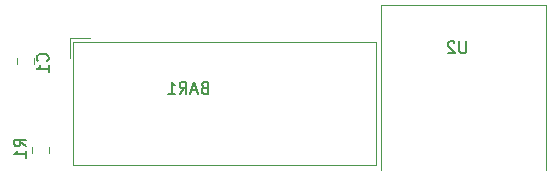
<source format=gbo>
G04 #@! TF.GenerationSoftware,KiCad,Pcbnew,5.0.2+dfsg1-1*
G04 #@! TF.CreationDate,2019-11-26T12:37:51+03:00*
G04 #@! TF.ProjectId,disp,64697370-2e6b-4696-9361-645f70636258,rev?*
G04 #@! TF.SameCoordinates,Original*
G04 #@! TF.FileFunction,Legend,Bot*
G04 #@! TF.FilePolarity,Positive*
%FSLAX46Y46*%
G04 Gerber Fmt 4.6, Leading zero omitted, Abs format (unit mm)*
G04 Created by KiCad (PCBNEW 5.0.2+dfsg1-1) date Вт 26 ноя 2019 12:37:51*
%MOMM*%
%LPD*%
G01*
G04 APERTURE LIST*
%ADD10C,0.120000*%
%ADD11C,0.150000*%
G04 APERTURE END LIST*
D10*
G04 #@! TO.C,BAR1*
X131650000Y-73025000D02*
X131650000Y-71325000D01*
X131650000Y-71325000D02*
X133350000Y-71325000D01*
X157620000Y-82055000D02*
X157620000Y-71615000D01*
X157620000Y-71615000D02*
X131940000Y-71615000D01*
X131940000Y-71615000D02*
X131940000Y-82055000D01*
X131940000Y-82055000D02*
X157620000Y-82055000D01*
G04 #@! TO.C,C1*
X128599000Y-73540252D02*
X128599000Y-73017748D01*
X127179000Y-73540252D02*
X127179000Y-73017748D01*
G04 #@! TO.C,R1*
X128449000Y-81042252D02*
X128449000Y-80519748D01*
X129869000Y-81042252D02*
X129869000Y-80519748D01*
G04 #@! TO.C,U2*
X158020000Y-68485000D02*
X158020000Y-82485000D01*
X172020000Y-82485000D02*
X172020000Y-68485000D01*
X172020000Y-68485000D02*
X158020000Y-68485000D01*
G04 #@! TO.C,BAR1*
D11*
X143065333Y-75493571D02*
X142922476Y-75541190D01*
X142874857Y-75588809D01*
X142827238Y-75684047D01*
X142827238Y-75826904D01*
X142874857Y-75922142D01*
X142922476Y-75969761D01*
X143017714Y-76017380D01*
X143398666Y-76017380D01*
X143398666Y-75017380D01*
X143065333Y-75017380D01*
X142970095Y-75065000D01*
X142922476Y-75112619D01*
X142874857Y-75207857D01*
X142874857Y-75303095D01*
X142922476Y-75398333D01*
X142970095Y-75445952D01*
X143065333Y-75493571D01*
X143398666Y-75493571D01*
X142446285Y-75731666D02*
X141970095Y-75731666D01*
X142541523Y-76017380D02*
X142208190Y-75017380D01*
X141874857Y-76017380D01*
X140970095Y-76017380D02*
X141303428Y-75541190D01*
X141541523Y-76017380D02*
X141541523Y-75017380D01*
X141160571Y-75017380D01*
X141065333Y-75065000D01*
X141017714Y-75112619D01*
X140970095Y-75207857D01*
X140970095Y-75350714D01*
X141017714Y-75445952D01*
X141065333Y-75493571D01*
X141160571Y-75541190D01*
X141541523Y-75541190D01*
X140017714Y-76017380D02*
X140589142Y-76017380D01*
X140303428Y-76017380D02*
X140303428Y-75017380D01*
X140398666Y-75160238D01*
X140493904Y-75255476D01*
X140589142Y-75303095D01*
G04 #@! TO.C,C1*
X129770142Y-73239333D02*
X129817761Y-73191714D01*
X129865380Y-73048857D01*
X129865380Y-72953619D01*
X129817761Y-72810761D01*
X129722523Y-72715523D01*
X129627285Y-72667904D01*
X129436809Y-72620285D01*
X129293952Y-72620285D01*
X129103476Y-72667904D01*
X129008238Y-72715523D01*
X128913000Y-72810761D01*
X128865380Y-72953619D01*
X128865380Y-73048857D01*
X128913000Y-73191714D01*
X128960619Y-73239333D01*
X129865380Y-74191714D02*
X129865380Y-73620285D01*
X129865380Y-73906000D02*
X128865380Y-73906000D01*
X129008238Y-73810761D01*
X129103476Y-73715523D01*
X129151095Y-73620285D01*
G04 #@! TO.C,R1*
X127960380Y-80478333D02*
X127484190Y-80145000D01*
X127960380Y-79906904D02*
X126960380Y-79906904D01*
X126960380Y-80287857D01*
X127008000Y-80383095D01*
X127055619Y-80430714D01*
X127150857Y-80478333D01*
X127293714Y-80478333D01*
X127388952Y-80430714D01*
X127436571Y-80383095D01*
X127484190Y-80287857D01*
X127484190Y-79906904D01*
X127960380Y-81430714D02*
X127960380Y-80859285D01*
X127960380Y-81145000D02*
X126960380Y-81145000D01*
X127103238Y-81049761D01*
X127198476Y-80954523D01*
X127246095Y-80859285D01*
G04 #@! TO.C,U2*
X165226904Y-71588380D02*
X165226904Y-72397904D01*
X165179285Y-72493142D01*
X165131666Y-72540761D01*
X165036428Y-72588380D01*
X164845952Y-72588380D01*
X164750714Y-72540761D01*
X164703095Y-72493142D01*
X164655476Y-72397904D01*
X164655476Y-71588380D01*
X164226904Y-71683619D02*
X164179285Y-71636000D01*
X164084047Y-71588380D01*
X163845952Y-71588380D01*
X163750714Y-71636000D01*
X163703095Y-71683619D01*
X163655476Y-71778857D01*
X163655476Y-71874095D01*
X163703095Y-72016952D01*
X164274523Y-72588380D01*
X163655476Y-72588380D01*
G04 #@! TD*
M02*

</source>
